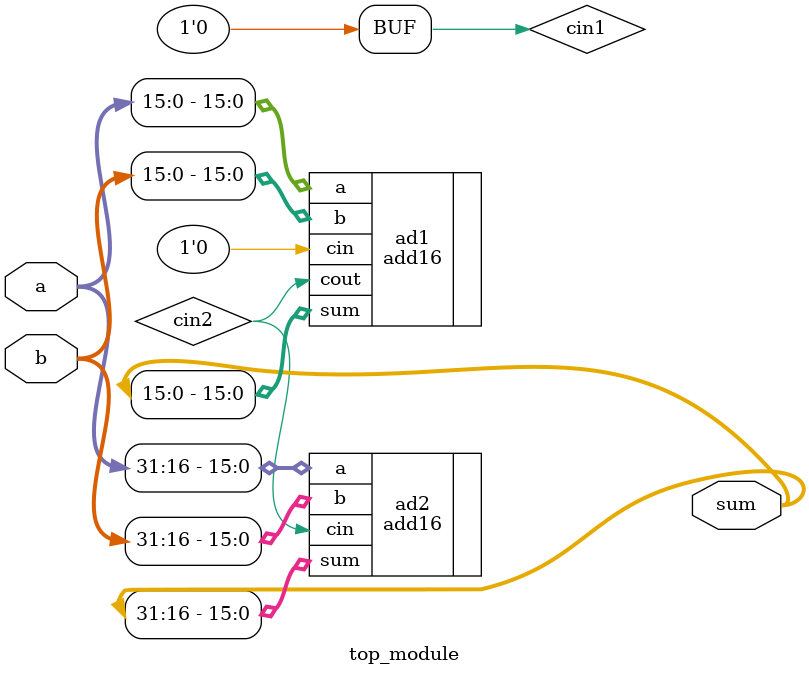
<source format=v>
module top_module(
    input [31:0] a,
    input [31:0] b,
    output [31:0] sum
);
    wire cin1, cin2;
    assign cin1 = 1'b0;

    add16 ad1( .a(a[15:0]), .b(b[15:0]), .cin(cin1), .sum(sum[15:0]), .cout(cin2));
    add16 ad2( .a(a[31:16]), .b(b[31:16]), .cin(cin2), .sum(sum[31:16]));
    
endmodule


</source>
